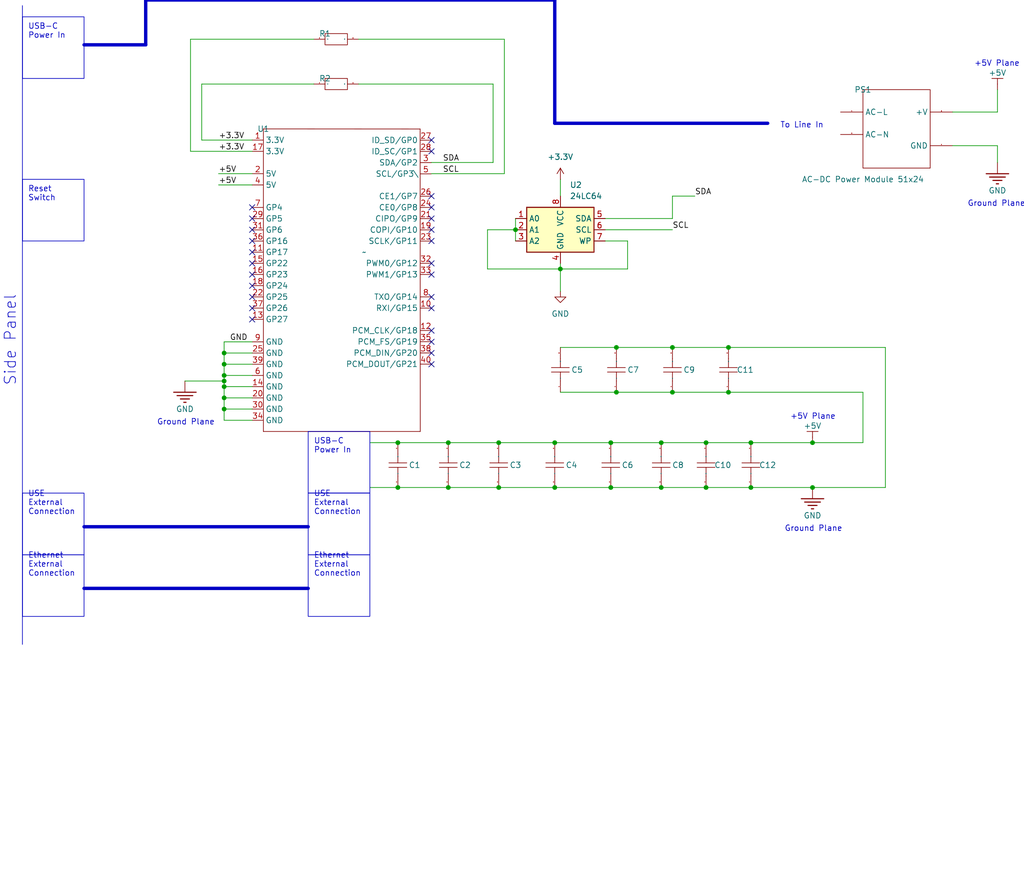
<source format=kicad_sch>
(kicad_sch (version 20250114) (generator "eeschema") (generator_version "9.0")
  (paper "User" 232.105 198.806)
  (lib_symbols
    (symbol "Memory_EEPROM:24LC64"
      (property "Reference" "U" (at -6.35 6.35 0))
      (property "Value" "24LC64" (at 1.27 6.35 0))
      (symbol "24LC64_1_1"
        (rectangle (start -7.62 5.08) (end 7.62 -5.08) (stroke (width 0.254)) (fill (type background)))
        (pin input line (at -10.16 2.54 0) (length 2.54) (name "A0") (number "1"))
        (pin input line (at -10.16 0 0) (length 2.54) (name "A1") (number "2"))
        (pin input line (at -10.16 -2.54 0) (length 2.54) (name "A2") (number "3"))
        (pin power_in line (at 0 7.62 270) (length 2.54) (name "VCC") (number "8"))
        (pin power_in line (at 0 -7.62 90) (length 2.54) (name "GND") (number "4"))
        (pin bidirectional line (at 10.16 2.54 180) (length 2.54) (name "SDA") (number "5"))
        (pin input line (at 10.16 0 180) (length 2.54) (name "SCL") (number "6"))
        (pin input line (at 10.16 -2.54 180) (length 2.54) (name "WP") (number "7"))
      )
    )
    (symbol "ProPrj_Pra-easyedapro:0603X7R104K500NT"
      (property "Reference" "C" (at 0 0 0))
      (symbol "0603X7R104K500NT_1_0"
        (polyline (pts (xy -0.508 0) (xy -2.54 0)))
        (polyline (pts (xy -0.508 -2.032) (xy -0.508 2.032)))
        (polyline (pts (xy 0.508 2.032) (xy 0.508 -2.032)))
        (polyline (pts (xy 2.54 0) (xy 0.508 0)))
        (pin unspecified line (at -5.08 0 0) (length 2.54) (name "1") (number "1"))
        (pin unspecified line (at 5.08 0 180) (length 2.54) (name "2") (number "2"))
      )
    )
    (symbol "ProPrj_Pra-easyedapro:5VDC Through Hole Mount"
      (symbol "5VDC Through Hole Mount_1_0"
        (rectangle (start -7.62 7.62) (end 7.62 -10.16))
        (pin input line (at -12.7 2.54 0) (length 5.08) (name "AC-L") (number "1"))
        (pin input line (at -12.7 -2.54 0) (length 5.08) (name "AC-N") (number "2"))
        (pin input line (at 12.7 2.54 180) (length 5.08) (name "+V") (number "3"))
        (pin input line (at 12.7 -5.08 180) (length 5.08) (name "GND") (number "4"))
      )
    )
    (symbol "ProPrj_Pra-easyedapro:AC0603FR-7W3K3L"
      (property "Reference" "R" (at 0 0 0))
      (symbol "AC0603FR-7W3K3L_1_0"
        (rectangle (start -2.54 1.27) (end 2.54 -1.27))
        (pin unspecified line (at -5.08 0 0) (length 2.54) (name "1") (number "1"))
        (pin unspecified line (at 5.08 0 180) (length 2.54) (name "2") (number "2"))
      )
    )
    (symbol "ProPrj_Pra-easyedapro:C0603B106M007T"
      (property "Reference" "C" (at 0 0 0))
      (symbol "C0603B106M007T_1_0"
        (polyline (pts (xy -0.508 0) (xy -2.54 0)))
        (polyline (pts (xy -0.508 -2.032) (xy -0.508 2.032)))
        (polyline (pts (xy 0.508 2.032) (xy 0.508 -2.032)))
        (polyline (pts (xy 2.54 0) (xy 0.508 0)))
        (pin unspecified line (at -5.08 0 0) (length 2.54) (name "1") (number "1"))
        (pin unspecified line (at 5.08 0 180) (length 2.54) (name "2") (number "2"))
      )
    )
    (symbol "ProPrj_Pra-easyedapro:Ground-GND" (power) (pin_numbers (hide yes)) (pin_names (hide yes))
      (property "Value" "GND" (at 0 -6.35 0))
      (symbol "Ground-GND_1_0"
        (polyline (pts (xy -2.54 -2.54) (xy 2.54 -2.54)) (stroke (width 0.254)))
        (polyline (pts (xy -1.778 -3.302) (xy 1.778 -3.302)) (stroke (width 0.254)))
        (polyline (pts (xy -1.016 -4.064) (xy 1.016 -4.064)) (stroke (width 0.254)))
        (polyline (pts (xy -0.254 -4.826) (xy 0.254 -4.826)) (stroke (width 0.254)))
        (pin power_in line (at 0 0 270) (length 2.54) (name "GND") (number "1"))
      )
    )
    (symbol "ProPrj_Pra-easyedapro:HGC0805R5107M6R3NSLJ"
      (property "Reference" "C" (at 0 0 0))
      (symbol "HGC0805R5107M6R3NSLJ_1_0"
        (polyline (pts (xy -0.508 0) (xy -2.54 0)))
        (polyline (pts (xy -0.508 -2.032) (xy -0.508 2.032)))
        (polyline (pts (xy 0.508 2.032) (xy 0.508 -2.032)))
        (polyline (pts (xy 2.54 0) (xy 0.508 0)))
        (pin unspecified line (at -5.08 0 0) (length 2.54) (name "1") (number "1"))
        (pin unspecified line (at 5.08 0 180) (length 2.54) (name "2") (number "2"))
      )
    )
    (symbol "ProPrj_Pra-easyedapro:Power-5V" (power) (pin_numbers (hide yes)) (pin_names (hide yes))
      (symbol "Power-5V_1_0"
        (polyline (pts (xy -1.27 2.54) (xy 1.27 2.54)))
        (polyline (pts (xy 0 2.54) (xy 0 1.27)))
        (pin power_in line (at 0 0 90) (length 1.27) (name "+5V") (number "1"))
      )
    )
    (symbol "ProPrj_Pra-easyedapro:RASPBERRYPI-40-PIN-GPIO_PTH_REF"
      (symbol "RASPBERRYPI-40-PIN-GPIO_PTH_REF_1_0"
        (polyline (pts (xy -22.86 27.94) (xy 12.6746 27.9146)))
        (polyline (pts (xy -22.86 -40.64) (xy -22.86 27.94)))
        (polyline (pts (xy 12.6746 27.9146) (xy 12.7 -40.64)))
        (polyline (pts (xy 12.7 -40.64) (xy -22.86 -40.64)))
        (pin input line (at -25.4 25.4 0) (length 2.5146) (name "3.3V") (number "1"))
        (pin input line (at -25.4 22.86 0) (length 2.5146) (name "3.3V") (number "17"))
        (pin input line (at -25.4 17.78 0) (length 2.5146) (name "5V") (number "2"))
        (pin input line (at -25.4 15.24 0) (length 2.5146) (name "5V") (number "4"))
        (pin input line (at -25.4 10.1346 0) (length 2.5146) (name "GP4") (number "7"))
        (pin input line (at -25.4 7.5946 0) (length 2.5146) (name "GP5") (number "29"))
        (pin input line (at -25.4 5.0546 0) (length 2.5146) (name "GP6") (number "31"))
        (pin input line (at -25.4 2.5146 0) (length 2.5146) (name "GP16") (number "36"))
        (pin input line (at -25.4 0 0) (length 2.5146) (name "GP17") (number "11"))
        (pin input line (at -25.4 -2.5146 0) (length 2.5146) (name "GP22") (number "15"))
        (pin input line (at -25.4 -5.0546 0) (length 2.5146) (name "GP23") (number "16"))
        (pin input line (at -25.4 -7.5946 0) (length 2.5146) (name "GP24") (number "18"))
        (pin input line (at -25.4 -10.1346 0) (length 2.5146) (name "GP25") (number "22"))
        (pin input line (at -25.4 -12.6746 0) (length 2.5146) (name "GP26") (number "37"))
        (pin input line (at -25.4 -15.2146 0) (length 2.5146) (name "GP27") (number "13"))
        (pin input line (at -25.4 -20.32 0) (length 2.5146) (name "GND") (number "9"))
        (pin input line (at -25.4 -22.86 0) (length 2.5146) (name "GND") (number "25"))
        (pin input line (at -25.4 -25.4 0) (length 2.5146) (name "GND") (number "39"))
        (pin input line (at -25.4 -27.94 0) (length 2.5146) (name "GND") (number "6"))
        (pin input line (at -25.4 -30.48 0) (length 2.5146) (name "GND") (number "14"))
        (pin input line (at -25.4 -33.02 0) (length 2.5146) (name "GND") (number "20"))
        (pin input line (at -25.4 -35.56 0) (length 2.5146) (name "GND") (number "30"))
        (pin input line (at -25.4 -38.1 0) (length 2.5146) (name "GND") (number "34"))
        (pin input line (at 15.2146 25.3746 180) (length 2.5146) (name "ID_SD/GP0") (number "27"))
        (pin input line (at 15.2146 22.8346 180) (length 2.5146) (name "ID_SC/GP1") (number "28"))
        (pin input line (at 15.2146 20.2946 180) (length 2.5146) (name "SDA/GP2") (number "3"))
        (pin input line (at 15.2146 17.7546 180) (length 2.5146) (name "SCL/GP3\\") (number "5"))
        (pin output line (at 15.2146 12.6746 180) (length 2.5146) (name "CE1/GP7") (number "26"))
        (pin output line (at 15.2146 10.1346 180) (length 2.5146) (name "CE0/GP8") (number "24"))
        (pin input line (at 15.2146 7.5946 180) (length 2.5146) (name "CIPO/GP9") (number "21"))
        (pin output line (at 15.2146 5.0546 180) (length 2.5146) (name "COPI/GP10") (number "19"))
        (pin output line (at 15.2146 2.5146 180) (length 2.5146) (name "SCLK/GP11") (number "23"))
        (pin input line (at 15.2146 -2.5146 180) (length 2.5146) (name "PWM0/GP12") (number "32"))
        (pin input line (at 15.2146 -5.0546 180) (length 2.5146) (name "PWM1/GP13") (number "33"))
        (pin output line (at 15.2146 -10.1346 180) (length 2.5146) (name "TXO/GP14") (number "8"))
        (pin input line (at 15.2146 -12.6746 180) (length 2.5146) (name "RXI/GP15") (number "10"))
        (pin input line (at 15.2146 -17.7546 180) (length 2.5146) (name "PCM_CLK/GP18") (number "12"))
        (pin input line (at 15.2146 -20.2946 180) (length 2.5146) (name "PCM_FS/GP19") (number "35"))
        (pin input line (at 15.2146 -22.8346 180) (length 2.5146) (name "PCM_DIN/GP20") (number "38"))
        (pin input line (at 15.2146 -25.3746 180) (length 2.5146) (name "PCM_DOUT/GP21") (number "40"))
      )
    )
    (symbol "power:+3.3V" (power) (pin_numbers (hide yes)) (pin_names (offset 0) (hide yes))
      (property "Value" "+3.3V" (at 0 3.556 0))
      (symbol "+3.3V_0_1"
        (polyline (pts (xy -0.762 1.27) (xy 0 2.54)))
        (polyline (pts (xy 0 2.54) (xy 0.762 1.27)))
        (polyline (pts (xy 0 0) (xy 0 2.54)))
      )
      (symbol "+3.3V_1_1"
        (pin power_in line (at 0 0 90) (length 0) (name "~") (number "1"))
      )
    )
    (symbol "power:GND" (power) (pin_numbers (hide yes)) (pin_names (offset 0) (hide yes))
      (property "Value" "GND" (at 0 -3.81 0))
      (symbol "GND_0_1"
        (polyline (pts (xy 0 0) (xy 0 -1.27) (xy 1.27 -1.27) (xy 0 -2.54) (xy -1.27 -1.27) (xy 0 -1.27)))
      )
      (symbol "GND_1_1"
        (pin power_in line (at 0 0 270) (length 0) (name "~") (number "1"))
      )
    )
  )
  (rectangle (start 5.08 111.76) (end 19.05 125.73))
  (rectangle (start 69.85 111.76) (end 83.82 125.73))
  (rectangle (start 69.85 125.73) (end 83.82 139.7))
  (rectangle (start 5.08 125.73) (end 19.05 139.7))
  (rectangle (start 5.08 3.81) (end 19.05 17.78))
  (rectangle (start 5.08 40.64) (end 19.05 54.61))
  (rectangle (start 69.85 97.79) (end 83.82 111.76))
  (text "Side Panel" (at 3.81 87.63 90) (effects (font (size 2.54 2.54)) (justify left bottom)))
  (text "Ground Plane" (at 232.41 46.99 0) (effects (font (size 1.27 1.27)) (justify right bottom)))
  (text "Ground Plane" (at 177.8 120.65 0) (effects (font (size 1.27 1.27)) (justify left bottom)))
  (text "To Line In" (at 186.69 29.21 0) (effects (font (size 1.27 1.27)) (justify right bottom)))
  (text "USB-C\nPower In" (at 6.35 8.89 0) (effects (font (size 1.27 1.27)) (justify left bottom)))
  (text "+5V Plane" (at 231.14 15.24 0) (effects (font (size 1.27 1.27)) (justify right bottom)))
  (text "USE\nExternal\nConnection" (at 6.35 116.84 0) (effects (font (size 1.27 1.27)) (justify left bottom)))
  (text "Reset \nSwitch" (at 6.35 45.72 0) (effects (font (size 1.27 1.27)) (justify left bottom)))
  (text "USE\nExternal\nConnection" (at 71.12 116.84 0) (effects (font (size 1.27 1.27)) (justify left bottom)))
  (text "Ethernet\nExternal\nConnection" (at 6.35 130.81 0) (effects (font (size 1.27 1.27)) (justify left bottom)))
  (text "+5V Plane" (at 179.07 95.25 0) (effects (font (size 1.27 1.27)) (justify left bottom)))
  (text "Ground Plane" (at 35.56 96.52 0) (effects (font (size 1.27 1.27)) (justify left bottom)))
  (text "USB-C\nPower In" (at 71.12 102.87 0) (effects (font (size 1.27 1.27)) (justify left bottom)))
  (text "Ethernet\nExternal\nConnection" (at 71.12 130.81 0) (effects (font (size 1.27 1.27)) (justify left bottom)))
  (junction (at 184.15 110.49))
  (junction (at 170.18 110.49))
  (junction (at 50.8 85.09))
  (junction (at 138.43 100.33))
  (junction (at 101.6 100.33))
  (junction (at 113.03 110.49))
  (junction (at 116.84 52.07))
  (junction (at 165.1 88.9))
  (junction (at 127 60.96))
  (junction (at 90.17 100.33))
  (junction (at 50.8 86.36))
  (junction (at 113.03 100.33))
  (junction (at 170.18 100.33))
  (junction (at 165.1 78.74))
  (junction (at 160.02 110.49))
  (junction (at 50.8 92.71))
  (junction (at 184.15 100.33))
  (junction (at 50.8 80.01))
  (junction (at 50.8 82.55))
  (junction (at 125.73 100.33))
  (junction (at 139.7 88.9))
  (junction (at 160.02 100.33))
  (junction (at 125.73 110.49))
  (junction (at 101.6 110.49))
  (junction (at 152.4 88.9))
  (junction (at 50.8 90.17))
  (junction (at 139.7 78.74))
  (junction (at 152.4 78.74))
  (junction (at 149.86 100.33))
  (junction (at 50.8 87.63))
  (junction (at 90.17 110.49))
  (junction (at 149.86 110.49))
  (junction (at 138.43 110.49))
  (no_connect (at 57.15 52.07))
  (no_connect (at 97.79 62.23))
  (no_connect (at 97.79 77.47))
  (no_connect (at 57.15 46.99))
  (no_connect (at 97.79 46.99))
  (no_connect (at 97.79 54.61))
  (no_connect (at 97.79 34.29))
  (no_connect (at 57.15 49.53))
  (no_connect (at 57.15 69.85))
  (no_connect (at 97.79 74.93))
  (no_connect (at 57.15 57.15))
  (no_connect (at 57.15 72.39))
  (no_connect (at 57.15 54.61))
  (no_connect (at 97.79 44.45))
  (no_connect (at 97.79 49.53))
  (no_connect (at 97.79 80.01))
  (no_connect (at 97.79 82.55))
  (no_connect (at 97.79 67.31))
  (no_connect (at 57.15 62.23))
  (no_connect (at 97.79 52.07))
  (no_connect (at 97.79 69.85))
  (no_connect (at 97.79 59.69))
  (no_connect (at 97.79 31.75))
  (no_connect (at 57.15 64.77))
  (no_connect (at 57.15 67.31))
  (no_connect (at 57.15 59.69))
  (wire (pts (xy 127 78.74) (xy 139.7 78.74)))
  (polyline (pts (xy 5.08 1.27) (xy 5.08 146.05)))
  (wire (pts (xy 226.06 25.4) (xy 215.9 25.4)))
  (wire (pts (xy 116.84 52.07) (xy 110.49 52.07)))
  (wire (pts (xy 43.18 8.89) (xy 71.12 8.89)))
  (wire (pts (xy 50.8 77.47) (xy 50.8 80.01)))
  (wire (pts (xy 57.15 90.17) (xy 50.8 90.17)))
  (wire (pts (xy 57.15 95.25) (xy 50.8 95.25)))
  (wire (pts (xy 45.72 31.75) (xy 45.72 19.05)))
  (wire (pts (xy 137.16 52.07) (xy 152.4 52.07)))
  (wire (pts (xy 152.4 88.9) (xy 165.1 88.9)))
  (wire (pts (xy 200.66 110.49) (xy 184.15 110.49)))
  (wire (pts (xy 81.28 19.05) (xy 111.76 19.05)))
  (wire (pts (xy 170.18 110.49) (xy 184.15 110.49)))
  (wire (pts (xy 57.15 82.55) (xy 50.8 82.55)))
  (wire (pts (xy 50.8 85.09) (xy 50.8 82.55)))
  (wire (pts (xy 195.58 100.33) (xy 195.58 88.9)))
  (polyline (pts (xy 69.85 133.35) (xy 19.05 133.35)) (stroke (width 0.762)))
  (wire (pts (xy 125.73 110.49) (xy 113.03 110.49)))
  (wire (pts (xy 125.73 100.33) (xy 113.03 100.33)))
  (polyline (pts (xy 69.85 119.38) (xy 19.05 119.38)) (stroke (width 0.762)))
  (wire (pts (xy 200.66 78.74) (xy 165.1 78.74)))
  (wire (pts (xy 138.43 110.49) (xy 125.73 110.49)))
  (wire (pts (xy 127 88.9) (xy 139.7 88.9)))
  (wire (pts (xy 113.03 100.33) (xy 101.6 100.33)))
  (wire (pts (xy 50.8 82.55) (xy 50.8 80.01)))
  (wire (pts (xy 170.18 110.49) (xy 160.02 110.49)))
  (wire (pts (xy 160.02 100.33) (xy 170.18 100.33)))
  (wire (pts (xy 142.24 60.96) (xy 127 60.96)))
  (wire (pts (xy 50.8 87.63) (xy 50.8 86.36)))
  (polyline (pts (xy 33.02 0) (xy 125.73 0)) (stroke (width 0.762)))
  (wire (pts (xy 50.8 95.25) (xy 50.8 92.71)))
  (wire (pts (xy 142.24 54.61) (xy 142.24 60.96)))
  (wire (pts (xy 110.49 52.07) (xy 110.49 60.96)))
  (polyline (pts (xy 125.73 0) (xy 125.73 27.94)) (stroke (width 0.762)))
  (wire (pts (xy 111.76 36.83) (xy 97.79 36.83)))
  (wire (pts (xy 57.15 92.71) (xy 50.8 92.71)))
  (wire (pts (xy 139.7 88.9) (xy 152.4 88.9)))
  (wire (pts (xy 81.28 8.89) (xy 114.3 8.89)))
  (wire (pts (xy 57.15 41.91) (xy 49.53 41.91)))
  (polyline (pts (xy 125.73 27.94) (xy 173.99 27.94)) (stroke (width 0.762)))
  (wire (pts (xy 116.84 49.53) (xy 116.84 52.07)))
  (polyline (pts (xy 33.02 10.16) (xy 33.02 0)) (stroke (width 0.762)))
  (wire (pts (xy 57.15 34.29) (xy 43.18 34.29)))
  (wire (pts (xy 114.3 39.37) (xy 97.79 39.37)))
  (wire (pts (xy 215.9 33.02) (xy 226.06 33.02)))
  (wire (pts (xy 160.02 110.49) (xy 149.86 110.49)))
  (wire (pts (xy 138.43 100.33) (xy 125.73 100.33)))
  (wire (pts (xy 57.15 85.09) (xy 50.8 85.09)))
  (wire (pts (xy 149.86 110.49) (xy 138.43 110.49)))
  (wire (pts (xy 57.15 87.63) (xy 50.8 87.63)))
  (wire (pts (xy 50.8 90.17) (xy 50.8 87.63)))
  (wire (pts (xy 184.15 100.33) (xy 195.58 100.33)))
  (wire (pts (xy 113.03 110.49) (xy 101.6 110.49)))
  (wire (pts (xy 152.4 49.53) (xy 137.16 49.53)))
  (wire (pts (xy 43.18 34.29) (xy 43.18 8.89)))
  (wire (pts (xy 57.15 39.37) (xy 49.53 39.37)))
  (wire (pts (xy 116.84 52.07) (xy 116.84 54.61)))
  (wire (pts (xy 127 44.45) (xy 127 40.64)))
  (wire (pts (xy 127 59.69) (xy 127 60.96)))
  (polyline (pts (xy 19.05 10.16) (xy 33.02 10.16)) (stroke (width 0.762)))
  (wire (pts (xy 200.66 78.74) (xy 200.66 110.49)))
  (wire (pts (xy 226.06 33.02) (xy 226.06 36.83)))
  (wire (pts (xy 226.06 20.32) (xy 226.06 25.4)))
  (wire (pts (xy 127 60.96) (xy 127 66.04)))
  (wire (pts (xy 57.15 80.01) (xy 50.8 80.01)))
  (wire (pts (xy 110.49 60.96) (xy 127 60.96)))
  (wire (pts (xy 149.86 100.33) (xy 160.02 100.33)))
  (wire (pts (xy 45.72 19.05) (xy 71.12 19.05)))
  (wire (pts (xy 50.8 85.09) (xy 50.8 86.36)))
  (wire (pts (xy 50.8 77.47) (xy 57.15 77.47)))
  (wire (pts (xy 50.8 92.71) (xy 50.8 90.17)))
  (wire (pts (xy 152.4 44.45) (xy 157.48 44.45)))
  (wire (pts (xy 195.58 88.9) (xy 165.1 88.9)))
  (wire (pts (xy 83.82 100.33) (xy 90.17 100.33)))
  (wire (pts (xy 114.3 8.89) (xy 114.3 39.37)))
  (wire (pts (xy 83.82 110.49) (xy 90.17 110.49)))
  (wire (pts (xy 45.72 31.75) (xy 57.15 31.75)))
  (wire (pts (xy 41.91 86.36) (xy 50.8 86.36)))
  (wire (pts (xy 139.7 78.74) (xy 152.4 78.74)))
  (wire (pts (xy 152.4 78.74) (xy 165.1 78.74)))
  (wire (pts (xy 137.16 54.61) (xy 142.24 54.61)))
  (wire (pts (xy 152.4 44.45) (xy 152.4 49.53)))
  (wire (pts (xy 111.76 19.05) (xy 111.76 36.83)))
  (wire (pts (xy 101.6 110.49) (xy 90.17 110.49)))
  (wire (pts (xy 170.18 100.33) (xy 184.15 100.33)))
  (wire (pts (xy 101.6 100.33) (xy 90.17 100.33)))
  (wire (pts (xy 138.43 100.33) (xy 149.86 100.33)))
  (label "SCL" (at 152.4 52.07 0))
  (label "+3.3V" (at 49.53 31.75 0))
  (label "SCL" (at 100.33 39.37 0))
  (label "SDA" (at 100.33 36.83 0))
  (label "GND" (at 52.07 77.47 0))
  (label "+5V" (at 49.53 39.37 0))
  (label "+5V" (at 49.53 41.91 0))
  (label "+3.3V" (at 49.53 34.29 0))
  (label "SDA" (at 157.48 44.45 0))
  (symbol (lib_id "ProPrj_Pra-easyedapro:RASPBERRYPI-40-PIN-GPIO_PTH_REF") (at 82.55 57.15 0) (unit 1)
    (property "Reference" "U1" (at 59.69 29.21 0))
    (property "Value" "~" (at 82.55 57.15 0))
    (property "Footprint" "ProPrj_Pra-easyedapro:RASPBERRY_PI_HAT_40_PIN_PTH_WITH_REFERNCE" (effects (hide yes)))
  )
  (symbol (lib_id "ProPrj_Pra-easyedapro:C0603B106M007T") (at 149.86 105.41 90) (unit 1)
    (property "Reference" "C8" (at 153.67 105.41 90))
    (property "Value" "10uF" (effects (hide yes)))
    (property "Footprint" "ProPrj_Pra-easyedapro:C0603" (effects (hide yes)))
    (property "Datasheet" "https://item.szlcsc.com/datasheet/C0603B106M007T/8060709.html" (effects (hide yes)))
    (property "Description" "Capacitance:10uF Tolerance:±20% Tolerance:±20% Voltage Rating:6.3V Temperature Coefficient:X5R" (effects (hide yes)))
    (property "Manufacturer Part" "C0603B106M007T" (effects (hide yes)))
    (property "Manufacturer" "IHHEC(禾伸堂)" (effects (hide yes)))
    (property "Supplier Part" "C7094065" (effects (hide yes)))
    (property "Supplier" "LCSC" (effects (hide yes)))
    (property "LCSC Part Name" "10uF ±20% 6.3V" (effects (hide yes)))
  )
  (symbol (lib_id "ProPrj_Pra-easyedapro:Power-5V") (at 226.06 20.32 0) (mirror y) (unit 1)
    (property "Reference" "#PWR06" (effects (hide yes)))
    (property "Value" "+5V" (at 226.06 16.51 0))
    (property "Footprint" "ProPrj_Pra-easyedapro:" (effects (hide yes)))
    (property "Description" "Power-5V" (effects (hide yes)))
  )
  (symbol (lib_id "ProPrj_Pra-easyedapro:C0603B106M007T") (at 170.18 105.41 90) (unit 1)
    (property "Reference" "C12" (at 173.99 105.41 90))
    (property "Value" "10uF" (effects (hide yes)))
    (property "Footprint" "ProPrj_Pra-easyedapro:C0603" (effects (hide yes)))
    (property "Datasheet" "https://item.szlcsc.com/datasheet/C0603B106M007T/8060709.html" (effects (hide yes)))
    (property "Description" "Capacitance:10uF Tolerance:±20% Tolerance:±20% Voltage Rating:6.3V Temperature Coefficient:X5R" (effects (hide yes)))
    (property "Manufacturer Part" "C0603B106M007T" (effects (hide yes)))
    (property "Manufacturer" "IHHEC(禾伸堂)" (effects (hide yes)))
    (property "Supplier Part" "C7094065" (effects (hide yes)))
    (property "Supplier" "LCSC" (effects (hide yes)))
    (property "LCSC Part Name" "10uF ±20% 6.3V" (effects (hide yes)))
  )
  (symbol (lib_id "ProPrj_Pra-easyedapro:C0603B106M007T") (at 138.43 105.41 90) (unit 1)
    (property "Reference" "C6" (at 142.24 105.41 90))
    (property "Value" "10uF" (effects (hide yes)))
    (property "Footprint" "ProPrj_Pra-easyedapro:C0603" (effects (hide yes)))
    (property "Datasheet" "https://item.szlcsc.com/datasheet/C0603B106M007T/8060709.html" (effects (hide yes)))
    (property "Description" "Capacitance:10uF Tolerance:±20% Tolerance:±20% Voltage Rating:6.3V Temperature Coefficient:X5R" (effects (hide yes)))
    (property "Manufacturer Part" "C0603B106M007T" (effects (hide yes)))
    (property "Manufacturer" "IHHEC(禾伸堂)" (effects (hide yes)))
    (property "Supplier Part" "C7094065" (effects (hide yes)))
    (property "Supplier" "LCSC" (effects (hide yes)))
    (property "LCSC Part Name" "10uF ±20% 6.3V" (effects (hide yes)))
  )
  (symbol (lib_id "ProPrj_Pra-easyedapro:5VDC Through Hole Mount") (at 203.2 27.94 0) (unit 1)
    (property "Reference" "PS1" (at 195.58 20.32 0))
    (property "Value" "AC-DC Power Module 51x24" (at 195.58 40.64 0))
    (property "Footprint" "ProPrj_Pra-easyedapro:ACDC_Module_51x24_TH" (effects (hide yes)))
  )
  (symbol (lib_id "ProPrj_Pra-easyedapro:HGC0805R5107M6R3NSLJ") (at 139.7 83.82 90) (unit 1)
    (property "Reference" "C7" (at 143.51 83.82 90))
    (property "Value" "100uF" (effects (hide yes)))
    (property "Footprint" "ProPrj_Pra-easyedapro:C0805" (effects (hide yes)))
    (property "Datasheet" "https://item.szlcsc.com/datasheet/HGC0805R5107M6R3NSLJ/51817927.html" (effects (hide yes)))
    (property "Description" "Capacitance:100uF Tolerance:±20% Tolerance:±20% Voltage Rating:6.3V Temperature Coefficient:X5R" (effects (hide yes)))
    (property "Manufacturer Part" "HGC0805R5107M6R3NSLJ" (effects (hide yes)))
    (property "Manufacturer" "Chinocera(华瓷)" (effects (hide yes)))
    (property "Supplier Part" "C49333236" (effects (hide yes)))
    (property "Supplier" "LCSC" (effects (hide yes)))
    (property "LCSC Part Name" "100uF ±20% 6.3V" (effects (hide yes)))
  )
  (symbol (lib_id "ProPrj_Pra-easyedapro:C0603B106M007T") (at 90.17 105.41 90) (unit 1)
    (property "Reference" "C1" (at 93.98 105.41 90))
    (property "Value" "10uF" (effects (hide yes)))
    (property "Footprint" "ProPrj_Pra-easyedapro:C0603" (effects (hide yes)))
    (property "Datasheet" "https://item.szlcsc.com/datasheet/C0603B106M007T/8060709.html" (effects (hide yes)))
    (property "Description" "Capacitance:10uF Tolerance:±20% Tolerance:±20% Voltage Rating:6.3V Temperature Coefficient:X5R" (effects (hide yes)))
    (property "Manufacturer Part" "C0603B106M007T" (effects (hide yes)))
    (property "Manufacturer" "IHHEC(禾伸堂)" (effects (hide yes)))
    (property "Supplier Part" "C7094065" (effects (hide yes)))
    (property "Supplier" "LCSC" (effects (hide yes)))
    (property "LCSC Part Name" "10uF ±20% 6.3V" (effects (hide yes)))
  )
  (symbol (lib_id "ProPrj_Pra-easyedapro:HGC0805R5107M6R3NSLJ") (at 152.4 83.82 90) (unit 1)
    (property "Reference" "C9" (at 156.21 83.82 90))
    (property "Value" "100uF" (effects (hide yes)))
    (property "Footprint" "ProPrj_Pra-easyedapro:C0805" (effects (hide yes)))
    (property "Datasheet" "https://item.szlcsc.com/datasheet/HGC0805R5107M6R3NSLJ/51817927.html" (effects (hide yes)))
    (property "Description" "Capacitance:100uF Tolerance:±20% Tolerance:±20% Voltage Rating:6.3V Temperature Coefficient:X5R" (effects (hide yes)))
    (property "Manufacturer Part" "HGC0805R5107M6R3NSLJ" (effects (hide yes)))
    (property "Manufacturer" "Chinocera(华瓷)" (effects (hide yes)))
    (property "Supplier Part" "C49333236" (effects (hide yes)))
    (property "Supplier" "LCSC" (effects (hide yes)))
    (property "LCSC Part Name" "100uF ±20% 6.3V" (effects (hide yes)))
  )
  (symbol (lib_id "ProPrj_Pra-easyedapro:AC0603FR-7W3K3L") (at 76.2 8.89 0) (unit 1)
    (property "Reference" "R1" (at 73.66 7.62 0))
    (property "Value" "3.3kΩ" (effects (hide yes)))
    (property "Footprint" "ProPrj_Pra-easyedapro:R0603" (effects (hide yes)))
    (property "Datasheet" "https://item.szlcsc.com/datasheet/AC0603FR-7W3K3L/7411007.html" (effects (hide yes)))
    (property "Description" "Type:Thick Film Resistor Resistance:3.3kΩ Tolerance:±1% Tolerance:±1% Power(Watts):200mW Voltage-Supply(Max):75V Temperature Coefficient:±100ppm/°C Temperature Coefficient:±100ppm/°C Operating Temperature:-55°C~+155°C Operating Temperature:-55°C~+155°C" (effects (hide yes)))
    (property "Manufacturer Part" "AC0603FR-7W3K3L" (effects (hide yes)))
    (property "Manufacturer" "YAGEO(国巨)" (effects (hide yes)))
    (property "Supplier Part" "C6457836" (effects (hide yes)))
    (property "Supplier" "LCSC" (effects (hide yes)))
    (property "LCSC Part Name" "厚膜电阻 3.3kΩ ±1% 200mW" (effects (hide yes)))
  )
  (symbol (lib_id "power:GND") (at 127 66.04 0) (unit 1)
    (property "Reference" "#PWR03" (effects (hide yes)))
    (property "Value" "GND" (at 127 71.12 0))
    (property "Description" "Power symbol creates a global label with name \"GND\" , ground" (effects (hide yes)))
  )
  (symbol (lib_id "ProPrj_Pra-easyedapro:Ground-GND") (at 41.91 86.36 0) (unit 1)
    (property "Reference" "#PWR01" (effects (hide yes)))
    (property "Value" "GND" (at 41.91 92.71 0))
    (property "Footprint" "ProPrj_Pra-easyedapro:" (effects (hide yes)))
  )
  (symbol (lib_id "ProPrj_Pra-easyedapro:Ground-GND") (at 184.15 110.49 0) (unit 1)
    (property "Reference" "#PWR05" (effects (hide yes)))
    (property "Value" "GND" (at 184.15 116.84 0))
    (property "Footprint" "ProPrj_Pra-easyedapro:" (effects (hide yes)))
  )
  (symbol (lib_id "Memory_EEPROM:24LC64") (at 127 52.07 0) (unit 1)
    (property "Reference" "U2" (at 129.1433 41.91 0) (effects (justify left)))
    (property "Value" "24LC64" (at 129.1433 44.45 0) (effects (justify left)))
    (property "Footprint" "Package_SO:SOIC-8_3.9x4.9mm_P1.27mm" (effects (hide yes)))
    (property "Datasheet" "http://ww1.microchip.com/downloads/en/DeviceDoc/21189f.pdf" (effects (hide yes)))
    (property "Description" "I2C Serial EEPROM, 64Kb, DIP-8/SOIC-8/TSSOP-8/DFN-8" (effects (hide yes)))
  )
  (symbol (lib_id "ProPrj_Pra-easyedapro:C0603B106M007T") (at 160.02 105.41 90) (unit 1)
    (property "Reference" "C10" (at 163.83 105.41 90))
    (property "Value" "10uF" (effects (hide yes)))
    (property "Footprint" "ProPrj_Pra-easyedapro:C0603" (effects (hide yes)))
    (property "Datasheet" "https://item.szlcsc.com/datasheet/C0603B106M007T/8060709.html" (effects (hide yes)))
    (property "Description" "Capacitance:10uF Tolerance:±20% Tolerance:±20% Voltage Rating:6.3V Temperature Coefficient:X5R" (effects (hide yes)))
    (property "Manufacturer Part" "C0603B106M007T" (effects (hide yes)))
    (property "Manufacturer" "IHHEC(禾伸堂)" (effects (hide yes)))
    (property "Supplier Part" "C7094065" (effects (hide yes)))
    (property "Supplier" "LCSC" (effects (hide yes)))
    (property "LCSC Part Name" "10uF ±20% 6.3V" (effects (hide yes)))
  )
  (symbol (lib_id "ProPrj_Pra-easyedapro:C0603B106M007T") (at 101.6 105.41 90) (unit 1)
    (property "Reference" "C2" (at 105.41 105.41 90))
    (property "Value" "10uF" (effects (hide yes)))
    (property "Footprint" "ProPrj_Pra-easyedapro:C0603" (effects (hide yes)))
    (property "Datasheet" "https://item.szlcsc.com/datasheet/C0603B106M007T/8060709.html" (effects (hide yes)))
    (property "Description" "Capacitance:10uF Tolerance:±20% Tolerance:±20% Voltage Rating:6.3V Temperature Coefficient:X5R" (effects (hide yes)))
    (property "Manufacturer Part" "C0603B106M007T" (effects (hide yes)))
    (property "Manufacturer" "IHHEC(禾伸堂)" (effects (hide yes)))
    (property "Supplier Part" "C7094065" (effects (hide yes)))
    (property "Supplier" "LCSC" (effects (hide yes)))
    (property "LCSC Part Name" "10uF ±20% 6.3V" (effects (hide yes)))
  )
  (symbol (lib_id "ProPrj_Pra-easyedapro:AC0603FR-7W3K3L") (at 76.2 19.05 0) (unit 1)
    (property "Reference" "R2" (at 73.66 17.78 0))
    (property "Value" "3.3kΩ" (effects (hide yes)))
    (property "Footprint" "ProPrj_Pra-easyedapro:R0603" (effects (hide yes)))
    (property "Datasheet" "https://item.szlcsc.com/datasheet/AC0603FR-7W3K3L/7411007.html" (effects (hide yes)))
    (property "Description" "Type:Thick Film Resistor Resistance:3.3kΩ Tolerance:±1% Tolerance:±1% Power(Watts):200mW Voltage-Supply(Max):75V Temperature Coefficient:±100ppm/°C Temperature Coefficient:±100ppm/°C Operating Temperature:-55°C~+155°C Operating Temperature:-55°C~+155°C" (effects (hide yes)))
    (property "Manufacturer Part" "AC0603FR-7W3K3L" (effects (hide yes)))
    (property "Manufacturer" "YAGEO(国巨)" (effects (hide yes)))
    (property "Supplier Part" "C6457836" (effects (hide yes)))
    (property "Supplier" "LCSC" (effects (hide yes)))
    (property "LCSC Part Name" "厚膜电阻 3.3kΩ ±1% 200mW" (effects (hide yes)))
  )
  (symbol (lib_id "ProPrj_Pra-easyedapro:Power-5V") (at 184.15 100.33 0) (unit 1)
    (property "Reference" "#PWR04" (effects (hide yes)))
    (property "Value" "+5V" (at 184.15 96.52 0))
    (property "Footprint" "ProPrj_Pra-easyedapro:" (effects (hide yes)))
    (property "Description" "Power-5V" (effects (hide yes)))
  )
  (symbol (lib_id "ProPrj_Pra-easyedapro:0603X7R104K500NT") (at 125.73 105.41 90) (unit 1)
    (property "Reference" "C4" (at 129.54 105.41 90))
    (property "Value" "100nF" (effects (hide yes)))
    (property "Footprint" "ProPrj_Pra-easyedapro:C0603" (effects (hide yes)))
    (property "Datasheet" "https://atta.szlcsc.com/upload/public/pdf/source/20210330/C2691711_5D01E1D4D7BF54205139C8425089DFE9.pdf" (effects (hide yes)))
    (property "Description" "Capacitance:100nF Tolerance:±10% Tolerance:±10% Voltage Rating:50V Temperature Coefficient:X7R" (effects (hide yes)))
    (property "Manufacturer Part" "0603X7R104K500NT" (effects (hide yes)))
    (property "Manufacturer" "AIDE(爱迪电容)" (effects (hide yes)))
    (property "Supplier Part" "C48579281" (effects (hide yes)))
    (property "Supplier" "LCSC" (effects (hide yes)))
    (property "LCSC Part Name" "100nF ±10% 50V" (effects (hide yes)))
  )
  (symbol (lib_id "ProPrj_Pra-easyedapro:HGC0805R5107M6R3NSLJ") (at 127 83.82 90) (unit 1)
    (property "Reference" "C5" (at 130.81 83.82 90))
    (property "Value" "100uF" (effects (hide yes)))
    (property "Footprint" "ProPrj_Pra-easyedapro:C0805" (effects (hide yes)))
    (property "Datasheet" "https://item.szlcsc.com/datasheet/HGC0805R5107M6R3NSLJ/51817927.html" (effects (hide yes)))
    (property "Description" "Capacitance:100uF Tolerance:±20% Tolerance:±20% Voltage Rating:6.3V Temperature Coefficient:X5R" (effects (hide yes)))
    (property "Manufacturer Part" "HGC0805R5107M6R3NSLJ" (effects (hide yes)))
    (property "Manufacturer" "Chinocera(华瓷)" (effects (hide yes)))
    (property "Supplier Part" "C49333236" (effects (hide yes)))
    (property "Supplier" "LCSC" (effects (hide yes)))
    (property "LCSC Part Name" "100uF ±20% 6.3V" (effects (hide yes)))
  )
  (symbol (lib_id "ProPrj_Pra-easyedapro:HGC0805R5107M6R3NSLJ") (at 165.1 83.82 90) (unit 1)
    (property "Reference" "C11" (at 168.91 83.82 90))
    (property "Value" "100uF" (effects (hide yes)))
    (property "Footprint" "ProPrj_Pra-easyedapro:C0805" (effects (hide yes)))
    (property "Datasheet" "https://item.szlcsc.com/datasheet/HGC0805R5107M6R3NSLJ/51817927.html" (effects (hide yes)))
    (property "Description" "Capacitance:100uF Tolerance:±20% Tolerance:±20% Voltage Rating:6.3V Temperature Coefficient:X5R" (effects (hide yes)))
    (property "Manufacturer Part" "HGC0805R5107M6R3NSLJ" (effects (hide yes)))
    (property "Manufacturer" "Chinocera(华瓷)" (effects (hide yes)))
    (property "Supplier Part" "C49333236" (effects (hide yes)))
    (property "Supplier" "LCSC" (effects (hide yes)))
    (property "LCSC Part Name" "100uF ±20% 6.3V" (effects (hide yes)))
  )
  (symbol (lib_id "ProPrj_Pra-easyedapro:Ground-GND") (at 226.06 36.83 0) (mirror y) (unit 1)
    (property "Reference" "#PWR07" (effects (hide yes)))
    (property "Value" "GND" (at 226.06 43.18 0))
    (property "Footprint" "ProPrj_Pra-easyedapro:" (effects (hide yes)))
  )
  (symbol (lib_id "power:+3.3V") (at 127 40.64 0) (unit 1)
    (property "Reference" "#PWR02" (effects (hide yes)))
    (property "Value" "+3.3V" (at 127 35.56 0))
    (property "Description" "Power symbol creates a global label with name \"+3.3V\"" (effects (hide yes)))
  )
  (symbol (lib_id "ProPrj_Pra-easyedapro:0603X7R104K500NT") (at 113.03 105.41 90) (unit 1)
    (property "Reference" "C3" (at 116.84 105.41 90))
    (property "Value" "100nF" (effects (hide yes)))
    (property "Footprint" "ProPrj_Pra-easyedapro:C0603" (effects (hide yes)))
    (property "Datasheet" "https://atta.szlcsc.com/upload/public/pdf/source/20210330/C2691711_5D01E1D4D7BF54205139C8425089DFE9.pdf" (effects (hide yes)))
    (property "Description" "Capacitance:100nF Tolerance:±10% Tolerance:±10% Voltage Rating:50V Temperature Coefficient:X7R" (effects (hide yes)))
    (property "Manufacturer Part" "0603X7R104K500NT" (effects (hide yes)))
    (property "Manufacturer" "AIDE(爱迪电容)" (effects (hide yes)))
    (property "Supplier Part" "C48579281" (effects (hide yes)))
    (property "Supplier" "LCSC" (effects (hide yes)))
    (property "LCSC Part Name" "100nF ±10% 50V" (effects (hide yes)))
  )
  (sheet (at 248.92 57.15) (size 20.32 21.59) (stroke (width 0.1524))
    (property "Sheetname" "Relay" (at 248.92 56.4384 0) (effects (justify left bottom)))
    (property "Sheetfile" "Relay.kicad_sch" (at 248.92 79.3246 0) (effects (justify left top)))
  )
)
</source>
